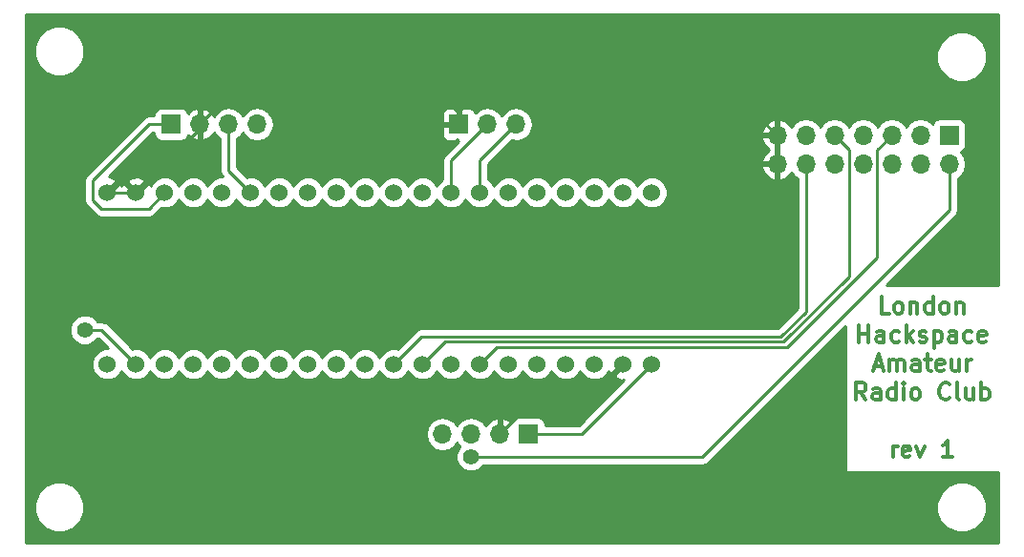
<source format=gbr>
G04 #@! TF.FileFunction,Copper,L1,Top,Signal*
%FSLAX46Y46*%
G04 Gerber Fmt 4.6, Leading zero omitted, Abs format (unit mm)*
G04 Created by KiCad (PCBNEW 4.0.6) date Thursday, 29 June 2017 'AMt' 11:53:14*
%MOMM*%
%LPD*%
G01*
G04 APERTURE LIST*
%ADD10C,0.100000*%
%ADD11C,0.300000*%
%ADD12C,1.524000*%
%ADD13R,1.700000X1.700000*%
%ADD14O,1.700000X1.700000*%
%ADD15C,1.400000*%
%ADD16C,0.250000*%
%ADD17C,0.254000*%
G04 APERTURE END LIST*
D10*
D11*
X177571429Y-62803571D02*
X176857143Y-62803571D01*
X176857143Y-61303571D01*
X178285715Y-62803571D02*
X178142857Y-62732143D01*
X178071429Y-62660714D01*
X178000000Y-62517857D01*
X178000000Y-62089286D01*
X178071429Y-61946429D01*
X178142857Y-61875000D01*
X178285715Y-61803571D01*
X178500000Y-61803571D01*
X178642857Y-61875000D01*
X178714286Y-61946429D01*
X178785715Y-62089286D01*
X178785715Y-62517857D01*
X178714286Y-62660714D01*
X178642857Y-62732143D01*
X178500000Y-62803571D01*
X178285715Y-62803571D01*
X179428572Y-61803571D02*
X179428572Y-62803571D01*
X179428572Y-61946429D02*
X179500000Y-61875000D01*
X179642858Y-61803571D01*
X179857143Y-61803571D01*
X180000000Y-61875000D01*
X180071429Y-62017857D01*
X180071429Y-62803571D01*
X181428572Y-62803571D02*
X181428572Y-61303571D01*
X181428572Y-62732143D02*
X181285715Y-62803571D01*
X181000001Y-62803571D01*
X180857143Y-62732143D01*
X180785715Y-62660714D01*
X180714286Y-62517857D01*
X180714286Y-62089286D01*
X180785715Y-61946429D01*
X180857143Y-61875000D01*
X181000001Y-61803571D01*
X181285715Y-61803571D01*
X181428572Y-61875000D01*
X182357144Y-62803571D02*
X182214286Y-62732143D01*
X182142858Y-62660714D01*
X182071429Y-62517857D01*
X182071429Y-62089286D01*
X182142858Y-61946429D01*
X182214286Y-61875000D01*
X182357144Y-61803571D01*
X182571429Y-61803571D01*
X182714286Y-61875000D01*
X182785715Y-61946429D01*
X182857144Y-62089286D01*
X182857144Y-62517857D01*
X182785715Y-62660714D01*
X182714286Y-62732143D01*
X182571429Y-62803571D01*
X182357144Y-62803571D01*
X183500001Y-61803571D02*
X183500001Y-62803571D01*
X183500001Y-61946429D02*
X183571429Y-61875000D01*
X183714287Y-61803571D01*
X183928572Y-61803571D01*
X184071429Y-61875000D01*
X184142858Y-62017857D01*
X184142858Y-62803571D01*
X174892857Y-65353571D02*
X174892857Y-63853571D01*
X174892857Y-64567857D02*
X175750000Y-64567857D01*
X175750000Y-65353571D02*
X175750000Y-63853571D01*
X177107143Y-65353571D02*
X177107143Y-64567857D01*
X177035714Y-64425000D01*
X176892857Y-64353571D01*
X176607143Y-64353571D01*
X176464286Y-64425000D01*
X177107143Y-65282143D02*
X176964286Y-65353571D01*
X176607143Y-65353571D01*
X176464286Y-65282143D01*
X176392857Y-65139286D01*
X176392857Y-64996429D01*
X176464286Y-64853571D01*
X176607143Y-64782143D01*
X176964286Y-64782143D01*
X177107143Y-64710714D01*
X178464286Y-65282143D02*
X178321429Y-65353571D01*
X178035715Y-65353571D01*
X177892857Y-65282143D01*
X177821429Y-65210714D01*
X177750000Y-65067857D01*
X177750000Y-64639286D01*
X177821429Y-64496429D01*
X177892857Y-64425000D01*
X178035715Y-64353571D01*
X178321429Y-64353571D01*
X178464286Y-64425000D01*
X179107143Y-65353571D02*
X179107143Y-63853571D01*
X179250000Y-64782143D02*
X179678571Y-65353571D01*
X179678571Y-64353571D02*
X179107143Y-64925000D01*
X180250000Y-65282143D02*
X180392857Y-65353571D01*
X180678572Y-65353571D01*
X180821429Y-65282143D01*
X180892857Y-65139286D01*
X180892857Y-65067857D01*
X180821429Y-64925000D01*
X180678572Y-64853571D01*
X180464286Y-64853571D01*
X180321429Y-64782143D01*
X180250000Y-64639286D01*
X180250000Y-64567857D01*
X180321429Y-64425000D01*
X180464286Y-64353571D01*
X180678572Y-64353571D01*
X180821429Y-64425000D01*
X181535715Y-64353571D02*
X181535715Y-65853571D01*
X181535715Y-64425000D02*
X181678572Y-64353571D01*
X181964286Y-64353571D01*
X182107143Y-64425000D01*
X182178572Y-64496429D01*
X182250001Y-64639286D01*
X182250001Y-65067857D01*
X182178572Y-65210714D01*
X182107143Y-65282143D01*
X181964286Y-65353571D01*
X181678572Y-65353571D01*
X181535715Y-65282143D01*
X183535715Y-65353571D02*
X183535715Y-64567857D01*
X183464286Y-64425000D01*
X183321429Y-64353571D01*
X183035715Y-64353571D01*
X182892858Y-64425000D01*
X183535715Y-65282143D02*
X183392858Y-65353571D01*
X183035715Y-65353571D01*
X182892858Y-65282143D01*
X182821429Y-65139286D01*
X182821429Y-64996429D01*
X182892858Y-64853571D01*
X183035715Y-64782143D01*
X183392858Y-64782143D01*
X183535715Y-64710714D01*
X184892858Y-65282143D02*
X184750001Y-65353571D01*
X184464287Y-65353571D01*
X184321429Y-65282143D01*
X184250001Y-65210714D01*
X184178572Y-65067857D01*
X184178572Y-64639286D01*
X184250001Y-64496429D01*
X184321429Y-64425000D01*
X184464287Y-64353571D01*
X184750001Y-64353571D01*
X184892858Y-64425000D01*
X186107143Y-65282143D02*
X185964286Y-65353571D01*
X185678572Y-65353571D01*
X185535715Y-65282143D01*
X185464286Y-65139286D01*
X185464286Y-64567857D01*
X185535715Y-64425000D01*
X185678572Y-64353571D01*
X185964286Y-64353571D01*
X186107143Y-64425000D01*
X186178572Y-64567857D01*
X186178572Y-64710714D01*
X185464286Y-64853571D01*
X176250000Y-67475000D02*
X176964286Y-67475000D01*
X176107143Y-67903571D02*
X176607143Y-66403571D01*
X177107143Y-67903571D01*
X177607143Y-67903571D02*
X177607143Y-66903571D01*
X177607143Y-67046429D02*
X177678571Y-66975000D01*
X177821429Y-66903571D01*
X178035714Y-66903571D01*
X178178571Y-66975000D01*
X178250000Y-67117857D01*
X178250000Y-67903571D01*
X178250000Y-67117857D02*
X178321429Y-66975000D01*
X178464286Y-66903571D01*
X178678571Y-66903571D01*
X178821429Y-66975000D01*
X178892857Y-67117857D01*
X178892857Y-67903571D01*
X180250000Y-67903571D02*
X180250000Y-67117857D01*
X180178571Y-66975000D01*
X180035714Y-66903571D01*
X179750000Y-66903571D01*
X179607143Y-66975000D01*
X180250000Y-67832143D02*
X180107143Y-67903571D01*
X179750000Y-67903571D01*
X179607143Y-67832143D01*
X179535714Y-67689286D01*
X179535714Y-67546429D01*
X179607143Y-67403571D01*
X179750000Y-67332143D01*
X180107143Y-67332143D01*
X180250000Y-67260714D01*
X180750000Y-66903571D02*
X181321429Y-66903571D01*
X180964286Y-66403571D02*
X180964286Y-67689286D01*
X181035714Y-67832143D01*
X181178572Y-67903571D01*
X181321429Y-67903571D01*
X182392857Y-67832143D02*
X182250000Y-67903571D01*
X181964286Y-67903571D01*
X181821429Y-67832143D01*
X181750000Y-67689286D01*
X181750000Y-67117857D01*
X181821429Y-66975000D01*
X181964286Y-66903571D01*
X182250000Y-66903571D01*
X182392857Y-66975000D01*
X182464286Y-67117857D01*
X182464286Y-67260714D01*
X181750000Y-67403571D01*
X183750000Y-66903571D02*
X183750000Y-67903571D01*
X183107143Y-66903571D02*
X183107143Y-67689286D01*
X183178571Y-67832143D01*
X183321429Y-67903571D01*
X183535714Y-67903571D01*
X183678571Y-67832143D01*
X183750000Y-67760714D01*
X184464286Y-67903571D02*
X184464286Y-66903571D01*
X184464286Y-67189286D02*
X184535714Y-67046429D01*
X184607143Y-66975000D01*
X184750000Y-66903571D01*
X184892857Y-66903571D01*
X175500000Y-70453571D02*
X175000000Y-69739286D01*
X174642857Y-70453571D02*
X174642857Y-68953571D01*
X175214285Y-68953571D01*
X175357143Y-69025000D01*
X175428571Y-69096429D01*
X175500000Y-69239286D01*
X175500000Y-69453571D01*
X175428571Y-69596429D01*
X175357143Y-69667857D01*
X175214285Y-69739286D01*
X174642857Y-69739286D01*
X176785714Y-70453571D02*
X176785714Y-69667857D01*
X176714285Y-69525000D01*
X176571428Y-69453571D01*
X176285714Y-69453571D01*
X176142857Y-69525000D01*
X176785714Y-70382143D02*
X176642857Y-70453571D01*
X176285714Y-70453571D01*
X176142857Y-70382143D01*
X176071428Y-70239286D01*
X176071428Y-70096429D01*
X176142857Y-69953571D01*
X176285714Y-69882143D01*
X176642857Y-69882143D01*
X176785714Y-69810714D01*
X178142857Y-70453571D02*
X178142857Y-68953571D01*
X178142857Y-70382143D02*
X178000000Y-70453571D01*
X177714286Y-70453571D01*
X177571428Y-70382143D01*
X177500000Y-70310714D01*
X177428571Y-70167857D01*
X177428571Y-69739286D01*
X177500000Y-69596429D01*
X177571428Y-69525000D01*
X177714286Y-69453571D01*
X178000000Y-69453571D01*
X178142857Y-69525000D01*
X178857143Y-70453571D02*
X178857143Y-69453571D01*
X178857143Y-68953571D02*
X178785714Y-69025000D01*
X178857143Y-69096429D01*
X178928571Y-69025000D01*
X178857143Y-68953571D01*
X178857143Y-69096429D01*
X179785715Y-70453571D02*
X179642857Y-70382143D01*
X179571429Y-70310714D01*
X179500000Y-70167857D01*
X179500000Y-69739286D01*
X179571429Y-69596429D01*
X179642857Y-69525000D01*
X179785715Y-69453571D01*
X180000000Y-69453571D01*
X180142857Y-69525000D01*
X180214286Y-69596429D01*
X180285715Y-69739286D01*
X180285715Y-70167857D01*
X180214286Y-70310714D01*
X180142857Y-70382143D01*
X180000000Y-70453571D01*
X179785715Y-70453571D01*
X182928572Y-70310714D02*
X182857143Y-70382143D01*
X182642857Y-70453571D01*
X182500000Y-70453571D01*
X182285715Y-70382143D01*
X182142857Y-70239286D01*
X182071429Y-70096429D01*
X182000000Y-69810714D01*
X182000000Y-69596429D01*
X182071429Y-69310714D01*
X182142857Y-69167857D01*
X182285715Y-69025000D01*
X182500000Y-68953571D01*
X182642857Y-68953571D01*
X182857143Y-69025000D01*
X182928572Y-69096429D01*
X183785715Y-70453571D02*
X183642857Y-70382143D01*
X183571429Y-70239286D01*
X183571429Y-68953571D01*
X185000000Y-69453571D02*
X185000000Y-70453571D01*
X184357143Y-69453571D02*
X184357143Y-70239286D01*
X184428571Y-70382143D01*
X184571429Y-70453571D01*
X184785714Y-70453571D01*
X184928571Y-70382143D01*
X185000000Y-70310714D01*
X185714286Y-70453571D02*
X185714286Y-68953571D01*
X185714286Y-69525000D02*
X185857143Y-69453571D01*
X186142857Y-69453571D01*
X186285714Y-69525000D01*
X186357143Y-69596429D01*
X186428572Y-69739286D01*
X186428572Y-70167857D01*
X186357143Y-70310714D01*
X186285714Y-70382143D01*
X186142857Y-70453571D01*
X185857143Y-70453571D01*
X185714286Y-70382143D01*
X177892858Y-75553571D02*
X177892858Y-74553571D01*
X177892858Y-74839286D02*
X177964286Y-74696429D01*
X178035715Y-74625000D01*
X178178572Y-74553571D01*
X178321429Y-74553571D01*
X179392857Y-75482143D02*
X179250000Y-75553571D01*
X178964286Y-75553571D01*
X178821429Y-75482143D01*
X178750000Y-75339286D01*
X178750000Y-74767857D01*
X178821429Y-74625000D01*
X178964286Y-74553571D01*
X179250000Y-74553571D01*
X179392857Y-74625000D01*
X179464286Y-74767857D01*
X179464286Y-74910714D01*
X178750000Y-75053571D01*
X179964286Y-74553571D02*
X180321429Y-75553571D01*
X180678571Y-74553571D01*
X183178571Y-75553571D02*
X182321428Y-75553571D01*
X182750000Y-75553571D02*
X182750000Y-74053571D01*
X182607143Y-74267857D01*
X182464285Y-74410714D01*
X182321428Y-74482143D01*
D12*
X108270000Y-67310000D03*
X110810000Y-67310000D03*
X113350000Y-67310000D03*
X115890000Y-67310000D03*
X118430000Y-67310000D03*
X120970000Y-67310000D03*
X123510000Y-67310000D03*
X126050000Y-67310000D03*
X128590000Y-67310000D03*
X131130000Y-67310000D03*
X133670000Y-67310000D03*
X136210000Y-67310000D03*
X138750000Y-67310000D03*
X141290000Y-67310000D03*
X143830000Y-67310000D03*
X146370000Y-67310000D03*
X148910000Y-67310000D03*
X151450000Y-67310000D03*
X153990000Y-67310000D03*
X156530000Y-67310000D03*
X156530000Y-52070000D03*
X153990000Y-52070000D03*
X151450000Y-52070000D03*
X148910000Y-52070000D03*
X146370000Y-52070000D03*
X143830000Y-52070000D03*
X141290000Y-52070000D03*
X138750000Y-52070000D03*
X136210000Y-52070000D03*
X133670000Y-52070000D03*
X131130000Y-52070000D03*
X128590000Y-52070000D03*
X126050000Y-52070000D03*
X123510000Y-52070000D03*
X120970000Y-52070000D03*
X118430000Y-52070000D03*
X115890000Y-52070000D03*
X113350000Y-52070000D03*
X110810000Y-52070000D03*
X108270000Y-52070000D03*
D13*
X113920000Y-46000000D03*
D14*
X116460000Y-46000000D03*
X119000000Y-46000000D03*
X121540000Y-46000000D03*
D13*
X182880000Y-46990000D03*
D14*
X182880000Y-49530000D03*
X180340000Y-46990000D03*
X180340000Y-49530000D03*
X177800000Y-46990000D03*
X177800000Y-49530000D03*
X175260000Y-46990000D03*
X175260000Y-49530000D03*
X172720000Y-46990000D03*
X172720000Y-49530000D03*
X170180000Y-46990000D03*
X170180000Y-49530000D03*
X167640000Y-46990000D03*
X167640000Y-49530000D03*
D13*
X139400000Y-46000000D03*
D14*
X141940000Y-46000000D03*
X144480000Y-46000000D03*
D13*
X145580000Y-73500000D03*
D14*
X143040000Y-73500000D03*
X140500000Y-73500000D03*
X137960000Y-73500000D03*
D15*
X140500000Y-75500000D03*
X106250000Y-64250000D03*
D16*
X139400000Y-46000000D02*
X139400000Y-45000000D01*
X139400000Y-45000000D02*
X138400000Y-44000000D01*
X138400000Y-44000000D02*
X118460000Y-44000000D01*
X118460000Y-44000000D02*
X117309999Y-45150001D01*
X117309999Y-45150001D02*
X116460000Y-46000000D01*
X167640000Y-46990000D02*
X164650000Y-44000000D01*
X164650000Y-44000000D02*
X140300000Y-44000000D01*
X140300000Y-44000000D02*
X139400000Y-44900000D01*
X139400000Y-44900000D02*
X139400000Y-46000000D01*
X167640000Y-49530000D02*
X167640000Y-46990000D01*
X153990000Y-67310000D02*
X149550000Y-71750000D01*
X149550000Y-71750000D02*
X144790000Y-71750000D01*
X144790000Y-71750000D02*
X143889999Y-72650001D01*
X143889999Y-72650001D02*
X143040000Y-73500000D01*
X110810000Y-52070000D02*
X116460000Y-46420000D01*
X116460000Y-46420000D02*
X116460000Y-46000000D01*
X108270000Y-52070000D02*
X110810000Y-52070000D01*
X177800000Y-46990000D02*
X176500000Y-48290000D01*
X176500000Y-48290000D02*
X176500000Y-57800000D01*
X168500000Y-65800000D02*
X142800000Y-65800000D01*
X176500000Y-57800000D02*
X168500000Y-65800000D01*
X142800000Y-65800000D02*
X142051999Y-66548001D01*
X142051999Y-66548001D02*
X141290000Y-67310000D01*
X136210000Y-67310000D02*
X138220000Y-65300000D01*
X138220000Y-65300000D02*
X168200000Y-65300000D01*
X168200000Y-65300000D02*
X174000000Y-59500000D01*
X174000000Y-59500000D02*
X174000000Y-48270000D01*
X173569999Y-47839999D02*
X172720000Y-46990000D01*
X174000000Y-48270000D02*
X173569999Y-47839999D01*
X170180000Y-49530000D02*
X170180000Y-62620000D01*
X170180000Y-62620000D02*
X167950010Y-64849990D01*
X167950010Y-64849990D02*
X136130010Y-64849990D01*
X134431999Y-66548001D02*
X133670000Y-67310000D01*
X136130010Y-64849990D02*
X134431999Y-66548001D01*
X140500000Y-75500000D02*
X161000000Y-75500000D01*
X182880000Y-53620000D02*
X182880000Y-49530000D01*
X161000000Y-75500000D02*
X182880000Y-53620000D01*
X106250000Y-64250000D02*
X107750000Y-64250000D01*
X107750000Y-64250000D02*
X110810000Y-67310000D01*
X156530000Y-67310000D02*
X150340000Y-73500000D01*
X150340000Y-73500000D02*
X145580000Y-73500000D01*
X113350000Y-52070000D02*
X111920000Y-53500000D01*
X107750000Y-53500000D02*
X107000000Y-52750000D01*
X111920000Y-53500000D02*
X107750000Y-53500000D01*
X107000000Y-52750000D02*
X107000000Y-51000000D01*
X112000000Y-46000000D02*
X112820000Y-46000000D01*
X107000000Y-51000000D02*
X112000000Y-46000000D01*
X112820000Y-46000000D02*
X113920000Y-46000000D01*
X145580000Y-73500000D02*
X146500000Y-73500000D01*
X119000000Y-46000000D02*
X119000000Y-50100000D01*
X119000000Y-50100000D02*
X120970000Y-52070000D01*
X138750000Y-52070000D02*
X138750000Y-49190000D01*
X138750000Y-49190000D02*
X141940000Y-46000000D01*
X141290000Y-52070000D02*
X141290000Y-49190000D01*
X141290000Y-49190000D02*
X144480000Y-46000000D01*
D17*
G36*
X187250000Y-60290000D02*
X177284802Y-60290000D01*
X183417401Y-54157401D01*
X183582148Y-53910839D01*
X183640000Y-53620000D01*
X183640000Y-50802954D01*
X183930054Y-50609147D01*
X184251961Y-50127378D01*
X184365000Y-49559093D01*
X184365000Y-49500907D01*
X184251961Y-48932622D01*
X183930054Y-48450853D01*
X183928821Y-48450029D01*
X183965317Y-48443162D01*
X184181441Y-48304090D01*
X184326431Y-48091890D01*
X184377440Y-47840000D01*
X184377440Y-46140000D01*
X184333162Y-45904683D01*
X184194090Y-45688559D01*
X183981890Y-45543569D01*
X183730000Y-45492560D01*
X182030000Y-45492560D01*
X181794683Y-45536838D01*
X181578559Y-45675910D01*
X181433569Y-45888110D01*
X181419914Y-45955541D01*
X181390054Y-45910853D01*
X180908285Y-45588946D01*
X180340000Y-45475907D01*
X179771715Y-45588946D01*
X179289946Y-45910853D01*
X179070000Y-46240026D01*
X178850054Y-45910853D01*
X178368285Y-45588946D01*
X177800000Y-45475907D01*
X177231715Y-45588946D01*
X176749946Y-45910853D01*
X176530000Y-46240026D01*
X176310054Y-45910853D01*
X175828285Y-45588946D01*
X175260000Y-45475907D01*
X174691715Y-45588946D01*
X174209946Y-45910853D01*
X173990000Y-46240026D01*
X173770054Y-45910853D01*
X173288285Y-45588946D01*
X172720000Y-45475907D01*
X172151715Y-45588946D01*
X171669946Y-45910853D01*
X171450000Y-46240026D01*
X171230054Y-45910853D01*
X170748285Y-45588946D01*
X170180000Y-45475907D01*
X169611715Y-45588946D01*
X169129946Y-45910853D01*
X168902298Y-46251553D01*
X168835183Y-46108642D01*
X168406924Y-45718355D01*
X167996890Y-45548524D01*
X167767000Y-45669845D01*
X167767000Y-46863000D01*
X167787000Y-46863000D01*
X167787000Y-47117000D01*
X167767000Y-47117000D01*
X167767000Y-49403000D01*
X167787000Y-49403000D01*
X167787000Y-49657000D01*
X167767000Y-49657000D01*
X167767000Y-50850155D01*
X167996890Y-50971476D01*
X168406924Y-50801645D01*
X168835183Y-50411358D01*
X168902298Y-50268447D01*
X169129946Y-50609147D01*
X169420000Y-50802954D01*
X169420000Y-62305198D01*
X167635208Y-64089990D01*
X136130010Y-64089990D01*
X135839170Y-64147842D01*
X135592609Y-64312589D01*
X133979381Y-65925817D01*
X133949100Y-65913243D01*
X133393339Y-65912758D01*
X132879697Y-66124990D01*
X132486371Y-66517630D01*
X132400051Y-66725512D01*
X132315010Y-66519697D01*
X131922370Y-66126371D01*
X131409100Y-65913243D01*
X130853339Y-65912758D01*
X130339697Y-66124990D01*
X129946371Y-66517630D01*
X129860051Y-66725512D01*
X129775010Y-66519697D01*
X129382370Y-66126371D01*
X128869100Y-65913243D01*
X128313339Y-65912758D01*
X127799697Y-66124990D01*
X127406371Y-66517630D01*
X127320051Y-66725512D01*
X127235010Y-66519697D01*
X126842370Y-66126371D01*
X126329100Y-65913243D01*
X125773339Y-65912758D01*
X125259697Y-66124990D01*
X124866371Y-66517630D01*
X124780051Y-66725512D01*
X124695010Y-66519697D01*
X124302370Y-66126371D01*
X123789100Y-65913243D01*
X123233339Y-65912758D01*
X122719697Y-66124990D01*
X122326371Y-66517630D01*
X122240051Y-66725512D01*
X122155010Y-66519697D01*
X121762370Y-66126371D01*
X121249100Y-65913243D01*
X120693339Y-65912758D01*
X120179697Y-66124990D01*
X119786371Y-66517630D01*
X119700051Y-66725512D01*
X119615010Y-66519697D01*
X119222370Y-66126371D01*
X118709100Y-65913243D01*
X118153339Y-65912758D01*
X117639697Y-66124990D01*
X117246371Y-66517630D01*
X117160051Y-66725512D01*
X117075010Y-66519697D01*
X116682370Y-66126371D01*
X116169100Y-65913243D01*
X115613339Y-65912758D01*
X115099697Y-66124990D01*
X114706371Y-66517630D01*
X114620051Y-66725512D01*
X114535010Y-66519697D01*
X114142370Y-66126371D01*
X113629100Y-65913243D01*
X113073339Y-65912758D01*
X112559697Y-66124990D01*
X112166371Y-66517630D01*
X112080051Y-66725512D01*
X111995010Y-66519697D01*
X111602370Y-66126371D01*
X111089100Y-65913243D01*
X110533339Y-65912758D01*
X110500945Y-65926143D01*
X108287401Y-63712599D01*
X108040839Y-63547852D01*
X107750000Y-63490000D01*
X107377655Y-63490000D01*
X107007204Y-63118902D01*
X106516713Y-62915232D01*
X105985617Y-62914769D01*
X105494771Y-63117582D01*
X105118902Y-63492796D01*
X104915232Y-63983287D01*
X104914769Y-64514383D01*
X105117582Y-65005229D01*
X105492796Y-65381098D01*
X105983287Y-65584768D01*
X106514383Y-65585231D01*
X107005229Y-65382418D01*
X107378297Y-65010000D01*
X107435198Y-65010000D01*
X108338257Y-65913059D01*
X107993339Y-65912758D01*
X107479697Y-66124990D01*
X107086371Y-66517630D01*
X106873243Y-67030900D01*
X106872758Y-67586661D01*
X107084990Y-68100303D01*
X107477630Y-68493629D01*
X107990900Y-68706757D01*
X108546661Y-68707242D01*
X109060303Y-68495010D01*
X109453629Y-68102370D01*
X109539949Y-67894488D01*
X109624990Y-68100303D01*
X110017630Y-68493629D01*
X110530900Y-68706757D01*
X111086661Y-68707242D01*
X111600303Y-68495010D01*
X111993629Y-68102370D01*
X112079949Y-67894488D01*
X112164990Y-68100303D01*
X112557630Y-68493629D01*
X113070900Y-68706757D01*
X113626661Y-68707242D01*
X114140303Y-68495010D01*
X114533629Y-68102370D01*
X114619949Y-67894488D01*
X114704990Y-68100303D01*
X115097630Y-68493629D01*
X115610900Y-68706757D01*
X116166661Y-68707242D01*
X116680303Y-68495010D01*
X117073629Y-68102370D01*
X117159949Y-67894488D01*
X117244990Y-68100303D01*
X117637630Y-68493629D01*
X118150900Y-68706757D01*
X118706661Y-68707242D01*
X119220303Y-68495010D01*
X119613629Y-68102370D01*
X119699949Y-67894488D01*
X119784990Y-68100303D01*
X120177630Y-68493629D01*
X120690900Y-68706757D01*
X121246661Y-68707242D01*
X121760303Y-68495010D01*
X122153629Y-68102370D01*
X122239949Y-67894488D01*
X122324990Y-68100303D01*
X122717630Y-68493629D01*
X123230900Y-68706757D01*
X123786661Y-68707242D01*
X124300303Y-68495010D01*
X124693629Y-68102370D01*
X124779949Y-67894488D01*
X124864990Y-68100303D01*
X125257630Y-68493629D01*
X125770900Y-68706757D01*
X126326661Y-68707242D01*
X126840303Y-68495010D01*
X127233629Y-68102370D01*
X127319949Y-67894488D01*
X127404990Y-68100303D01*
X127797630Y-68493629D01*
X128310900Y-68706757D01*
X128866661Y-68707242D01*
X129380303Y-68495010D01*
X129773629Y-68102370D01*
X129859949Y-67894488D01*
X129944990Y-68100303D01*
X130337630Y-68493629D01*
X130850900Y-68706757D01*
X131406661Y-68707242D01*
X131920303Y-68495010D01*
X132313629Y-68102370D01*
X132399949Y-67894488D01*
X132484990Y-68100303D01*
X132877630Y-68493629D01*
X133390900Y-68706757D01*
X133946661Y-68707242D01*
X134460303Y-68495010D01*
X134853629Y-68102370D01*
X134939949Y-67894488D01*
X135024990Y-68100303D01*
X135417630Y-68493629D01*
X135930900Y-68706757D01*
X136486661Y-68707242D01*
X137000303Y-68495010D01*
X137393629Y-68102370D01*
X137479949Y-67894488D01*
X137564990Y-68100303D01*
X137957630Y-68493629D01*
X138470900Y-68706757D01*
X139026661Y-68707242D01*
X139540303Y-68495010D01*
X139933629Y-68102370D01*
X140019949Y-67894488D01*
X140104990Y-68100303D01*
X140497630Y-68493629D01*
X141010900Y-68706757D01*
X141566661Y-68707242D01*
X142080303Y-68495010D01*
X142473629Y-68102370D01*
X142559949Y-67894488D01*
X142644990Y-68100303D01*
X143037630Y-68493629D01*
X143550900Y-68706757D01*
X144106661Y-68707242D01*
X144620303Y-68495010D01*
X145013629Y-68102370D01*
X145099949Y-67894488D01*
X145184990Y-68100303D01*
X145577630Y-68493629D01*
X146090900Y-68706757D01*
X146646661Y-68707242D01*
X147160303Y-68495010D01*
X147553629Y-68102370D01*
X147639949Y-67894488D01*
X147724990Y-68100303D01*
X148117630Y-68493629D01*
X148630900Y-68706757D01*
X149186661Y-68707242D01*
X149700303Y-68495010D01*
X150093629Y-68102370D01*
X150179949Y-67894488D01*
X150264990Y-68100303D01*
X150657630Y-68493629D01*
X151170900Y-68706757D01*
X151726661Y-68707242D01*
X152240303Y-68495010D01*
X152633629Y-68102370D01*
X152713395Y-67910273D01*
X152767603Y-68041143D01*
X153009787Y-68110608D01*
X153810395Y-67310000D01*
X153796253Y-67295858D01*
X153975858Y-67116253D01*
X153990000Y-67130395D01*
X154004143Y-67116253D01*
X154183748Y-67295858D01*
X154169605Y-67310000D01*
X154183748Y-67324143D01*
X154004143Y-67503748D01*
X153990000Y-67489605D01*
X153189392Y-68290213D01*
X153258857Y-68532397D01*
X153782302Y-68719144D01*
X154059951Y-68705247D01*
X150025198Y-72740000D01*
X147077440Y-72740000D01*
X147077440Y-72650000D01*
X147033162Y-72414683D01*
X146894090Y-72198559D01*
X146681890Y-72053569D01*
X146430000Y-72002560D01*
X144730000Y-72002560D01*
X144494683Y-72046838D01*
X144278559Y-72185910D01*
X144133569Y-72398110D01*
X144111699Y-72506107D01*
X143806924Y-72228355D01*
X143396890Y-72058524D01*
X143167000Y-72179845D01*
X143167000Y-73373000D01*
X143187000Y-73373000D01*
X143187000Y-73627000D01*
X143167000Y-73627000D01*
X143167000Y-73647000D01*
X142913000Y-73647000D01*
X142913000Y-73627000D01*
X142893000Y-73627000D01*
X142893000Y-73373000D01*
X142913000Y-73373000D01*
X142913000Y-72179845D01*
X142683110Y-72058524D01*
X142273076Y-72228355D01*
X141844817Y-72618642D01*
X141777702Y-72761553D01*
X141550054Y-72420853D01*
X141068285Y-72098946D01*
X140500000Y-71985907D01*
X139931715Y-72098946D01*
X139449946Y-72420853D01*
X139230000Y-72750026D01*
X139010054Y-72420853D01*
X138528285Y-72098946D01*
X137960000Y-71985907D01*
X137391715Y-72098946D01*
X136909946Y-72420853D01*
X136588039Y-72902622D01*
X136475000Y-73470907D01*
X136475000Y-73529093D01*
X136588039Y-74097378D01*
X136909946Y-74579147D01*
X137391715Y-74901054D01*
X137960000Y-75014093D01*
X138528285Y-74901054D01*
X139010054Y-74579147D01*
X139230000Y-74249974D01*
X139449946Y-74579147D01*
X139499601Y-74612325D01*
X139368902Y-74742796D01*
X139165232Y-75233287D01*
X139164769Y-75764383D01*
X139367582Y-76255229D01*
X139742796Y-76631098D01*
X140233287Y-76834768D01*
X140764383Y-76835231D01*
X141255229Y-76632418D01*
X141628297Y-76260000D01*
X161000000Y-76260000D01*
X161290839Y-76202148D01*
X161537401Y-76037401D01*
X173650714Y-63924088D01*
X173650714Y-76860000D01*
X187250000Y-76860000D01*
X187250000Y-83110000D01*
X101040000Y-83110000D01*
X101040000Y-80442619D01*
X101764613Y-80442619D01*
X102104155Y-81264372D01*
X102732321Y-81893636D01*
X103553481Y-82234611D01*
X104442619Y-82235387D01*
X105264372Y-81895845D01*
X105893636Y-81267679D01*
X106234611Y-80446519D01*
X106234614Y-80442619D01*
X181764613Y-80442619D01*
X182104155Y-81264372D01*
X182732321Y-81893636D01*
X183553481Y-82234611D01*
X184442619Y-82235387D01*
X185264372Y-81895845D01*
X185893636Y-81267679D01*
X186234611Y-80446519D01*
X186235387Y-79557381D01*
X185895845Y-78735628D01*
X185267679Y-78106364D01*
X184446519Y-77765389D01*
X183557381Y-77764613D01*
X182735628Y-78104155D01*
X182106364Y-78732321D01*
X181765389Y-79553481D01*
X181764613Y-80442619D01*
X106234614Y-80442619D01*
X106235387Y-79557381D01*
X105895845Y-78735628D01*
X105267679Y-78106364D01*
X104446519Y-77765389D01*
X103557381Y-77764613D01*
X102735628Y-78104155D01*
X102106364Y-78732321D01*
X101765389Y-79553481D01*
X101764613Y-80442619D01*
X101040000Y-80442619D01*
X101040000Y-51000000D01*
X106240000Y-51000000D01*
X106240000Y-52750000D01*
X106297852Y-53040839D01*
X106462599Y-53287401D01*
X107212599Y-54037401D01*
X107459160Y-54202148D01*
X107750000Y-54260000D01*
X111920000Y-54260000D01*
X112210839Y-54202148D01*
X112457401Y-54037401D01*
X113040619Y-53454183D01*
X113070900Y-53466757D01*
X113626661Y-53467242D01*
X114140303Y-53255010D01*
X114533629Y-52862370D01*
X114619949Y-52654488D01*
X114704990Y-52860303D01*
X115097630Y-53253629D01*
X115610900Y-53466757D01*
X116166661Y-53467242D01*
X116680303Y-53255010D01*
X117073629Y-52862370D01*
X117159949Y-52654488D01*
X117244990Y-52860303D01*
X117637630Y-53253629D01*
X118150900Y-53466757D01*
X118706661Y-53467242D01*
X119220303Y-53255010D01*
X119613629Y-52862370D01*
X119699949Y-52654488D01*
X119784990Y-52860303D01*
X120177630Y-53253629D01*
X120690900Y-53466757D01*
X121246661Y-53467242D01*
X121760303Y-53255010D01*
X122153629Y-52862370D01*
X122239949Y-52654488D01*
X122324990Y-52860303D01*
X122717630Y-53253629D01*
X123230900Y-53466757D01*
X123786661Y-53467242D01*
X124300303Y-53255010D01*
X124693629Y-52862370D01*
X124779949Y-52654488D01*
X124864990Y-52860303D01*
X125257630Y-53253629D01*
X125770900Y-53466757D01*
X126326661Y-53467242D01*
X126840303Y-53255010D01*
X127233629Y-52862370D01*
X127319949Y-52654488D01*
X127404990Y-52860303D01*
X127797630Y-53253629D01*
X128310900Y-53466757D01*
X128866661Y-53467242D01*
X129380303Y-53255010D01*
X129773629Y-52862370D01*
X129859949Y-52654488D01*
X129944990Y-52860303D01*
X130337630Y-53253629D01*
X130850900Y-53466757D01*
X131406661Y-53467242D01*
X131920303Y-53255010D01*
X132313629Y-52862370D01*
X132399949Y-52654488D01*
X132484990Y-52860303D01*
X132877630Y-53253629D01*
X133390900Y-53466757D01*
X133946661Y-53467242D01*
X134460303Y-53255010D01*
X134853629Y-52862370D01*
X134939949Y-52654488D01*
X135024990Y-52860303D01*
X135417630Y-53253629D01*
X135930900Y-53466757D01*
X136486661Y-53467242D01*
X137000303Y-53255010D01*
X137393629Y-52862370D01*
X137479949Y-52654488D01*
X137564990Y-52860303D01*
X137957630Y-53253629D01*
X138470900Y-53466757D01*
X139026661Y-53467242D01*
X139540303Y-53255010D01*
X139933629Y-52862370D01*
X140019949Y-52654488D01*
X140104990Y-52860303D01*
X140497630Y-53253629D01*
X141010900Y-53466757D01*
X141566661Y-53467242D01*
X142080303Y-53255010D01*
X142473629Y-52862370D01*
X142559949Y-52654488D01*
X142644990Y-52860303D01*
X143037630Y-53253629D01*
X143550900Y-53466757D01*
X144106661Y-53467242D01*
X144620303Y-53255010D01*
X145013629Y-52862370D01*
X145099949Y-52654488D01*
X145184990Y-52860303D01*
X145577630Y-53253629D01*
X146090900Y-53466757D01*
X146646661Y-53467242D01*
X147160303Y-53255010D01*
X147553629Y-52862370D01*
X147639949Y-52654488D01*
X147724990Y-52860303D01*
X148117630Y-53253629D01*
X148630900Y-53466757D01*
X149186661Y-53467242D01*
X149700303Y-53255010D01*
X150093629Y-52862370D01*
X150179949Y-52654488D01*
X150264990Y-52860303D01*
X150657630Y-53253629D01*
X151170900Y-53466757D01*
X151726661Y-53467242D01*
X152240303Y-53255010D01*
X152633629Y-52862370D01*
X152719949Y-52654488D01*
X152804990Y-52860303D01*
X153197630Y-53253629D01*
X153710900Y-53466757D01*
X154266661Y-53467242D01*
X154780303Y-53255010D01*
X155173629Y-52862370D01*
X155259949Y-52654488D01*
X155344990Y-52860303D01*
X155737630Y-53253629D01*
X156250900Y-53466757D01*
X156806661Y-53467242D01*
X157320303Y-53255010D01*
X157713629Y-52862370D01*
X157926757Y-52349100D01*
X157927242Y-51793339D01*
X157715010Y-51279697D01*
X157322370Y-50886371D01*
X156809100Y-50673243D01*
X156253339Y-50672758D01*
X155739697Y-50884990D01*
X155346371Y-51277630D01*
X155260051Y-51485512D01*
X155175010Y-51279697D01*
X154782370Y-50886371D01*
X154269100Y-50673243D01*
X153713339Y-50672758D01*
X153199697Y-50884990D01*
X152806371Y-51277630D01*
X152720051Y-51485512D01*
X152635010Y-51279697D01*
X152242370Y-50886371D01*
X151729100Y-50673243D01*
X151173339Y-50672758D01*
X150659697Y-50884990D01*
X150266371Y-51277630D01*
X150180051Y-51485512D01*
X150095010Y-51279697D01*
X149702370Y-50886371D01*
X149189100Y-50673243D01*
X148633339Y-50672758D01*
X148119697Y-50884990D01*
X147726371Y-51277630D01*
X147640051Y-51485512D01*
X147555010Y-51279697D01*
X147162370Y-50886371D01*
X146649100Y-50673243D01*
X146093339Y-50672758D01*
X145579697Y-50884990D01*
X145186371Y-51277630D01*
X145100051Y-51485512D01*
X145015010Y-51279697D01*
X144622370Y-50886371D01*
X144109100Y-50673243D01*
X143553339Y-50672758D01*
X143039697Y-50884990D01*
X142646371Y-51277630D01*
X142560051Y-51485512D01*
X142475010Y-51279697D01*
X142082370Y-50886371D01*
X142050000Y-50872930D01*
X142050000Y-49886892D01*
X166198514Y-49886892D01*
X166444817Y-50411358D01*
X166873076Y-50801645D01*
X167283110Y-50971476D01*
X167513000Y-50850155D01*
X167513000Y-49657000D01*
X166319181Y-49657000D01*
X166198514Y-49886892D01*
X142050000Y-49886892D01*
X142050000Y-49504802D01*
X144113592Y-47441210D01*
X144480000Y-47514093D01*
X145048285Y-47401054D01*
X145129344Y-47346892D01*
X166198514Y-47346892D01*
X166444817Y-47871358D01*
X166871271Y-48260000D01*
X166444817Y-48648642D01*
X166198514Y-49173108D01*
X166319181Y-49403000D01*
X167513000Y-49403000D01*
X167513000Y-47117000D01*
X166319181Y-47117000D01*
X166198514Y-47346892D01*
X145129344Y-47346892D01*
X145530054Y-47079147D01*
X145828087Y-46633108D01*
X166198514Y-46633108D01*
X166319181Y-46863000D01*
X167513000Y-46863000D01*
X167513000Y-45669845D01*
X167283110Y-45548524D01*
X166873076Y-45718355D01*
X166444817Y-46108642D01*
X166198514Y-46633108D01*
X145828087Y-46633108D01*
X145851961Y-46597378D01*
X145965000Y-46029093D01*
X145965000Y-45970907D01*
X145851961Y-45402622D01*
X145530054Y-44920853D01*
X145048285Y-44598946D01*
X144480000Y-44485907D01*
X143911715Y-44598946D01*
X143429946Y-44920853D01*
X143210000Y-45250026D01*
X142990054Y-44920853D01*
X142508285Y-44598946D01*
X141940000Y-44485907D01*
X141371715Y-44598946D01*
X140889946Y-44920853D01*
X140860597Y-44964777D01*
X140788327Y-44790302D01*
X140609699Y-44611673D01*
X140376310Y-44515000D01*
X139685750Y-44515000D01*
X139527000Y-44673750D01*
X139527000Y-45873000D01*
X139547000Y-45873000D01*
X139547000Y-46127000D01*
X139527000Y-46127000D01*
X139527000Y-46147000D01*
X139273000Y-46147000D01*
X139273000Y-46127000D01*
X138073750Y-46127000D01*
X137915000Y-46285750D01*
X137915000Y-46976309D01*
X138011673Y-47209698D01*
X138190301Y-47388327D01*
X138423690Y-47485000D01*
X139114250Y-47485000D01*
X139272998Y-47326252D01*
X139272998Y-47485000D01*
X139380198Y-47485000D01*
X138212599Y-48652599D01*
X138047852Y-48899161D01*
X137990000Y-49190000D01*
X137990000Y-50872469D01*
X137959697Y-50884990D01*
X137566371Y-51277630D01*
X137480051Y-51485512D01*
X137395010Y-51279697D01*
X137002370Y-50886371D01*
X136489100Y-50673243D01*
X135933339Y-50672758D01*
X135419697Y-50884990D01*
X135026371Y-51277630D01*
X134940051Y-51485512D01*
X134855010Y-51279697D01*
X134462370Y-50886371D01*
X133949100Y-50673243D01*
X133393339Y-50672758D01*
X132879697Y-50884990D01*
X132486371Y-51277630D01*
X132400051Y-51485512D01*
X132315010Y-51279697D01*
X131922370Y-50886371D01*
X131409100Y-50673243D01*
X130853339Y-50672758D01*
X130339697Y-50884990D01*
X129946371Y-51277630D01*
X129860051Y-51485512D01*
X129775010Y-51279697D01*
X129382370Y-50886371D01*
X128869100Y-50673243D01*
X128313339Y-50672758D01*
X127799697Y-50884990D01*
X127406371Y-51277630D01*
X127320051Y-51485512D01*
X127235010Y-51279697D01*
X126842370Y-50886371D01*
X126329100Y-50673243D01*
X125773339Y-50672758D01*
X125259697Y-50884990D01*
X124866371Y-51277630D01*
X124780051Y-51485512D01*
X124695010Y-51279697D01*
X124302370Y-50886371D01*
X123789100Y-50673243D01*
X123233339Y-50672758D01*
X122719697Y-50884990D01*
X122326371Y-51277630D01*
X122240051Y-51485512D01*
X122155010Y-51279697D01*
X121762370Y-50886371D01*
X121249100Y-50673243D01*
X120693339Y-50672758D01*
X120660945Y-50686143D01*
X119760000Y-49785198D01*
X119760000Y-47272954D01*
X120050054Y-47079147D01*
X120270000Y-46749974D01*
X120489946Y-47079147D01*
X120971715Y-47401054D01*
X121540000Y-47514093D01*
X122108285Y-47401054D01*
X122590054Y-47079147D01*
X122911961Y-46597378D01*
X123025000Y-46029093D01*
X123025000Y-45970907D01*
X122911961Y-45402622D01*
X122658768Y-45023691D01*
X137915000Y-45023691D01*
X137915000Y-45714250D01*
X138073750Y-45873000D01*
X139273000Y-45873000D01*
X139273000Y-44673750D01*
X139114250Y-44515000D01*
X138423690Y-44515000D01*
X138190301Y-44611673D01*
X138011673Y-44790302D01*
X137915000Y-45023691D01*
X122658768Y-45023691D01*
X122590054Y-44920853D01*
X122108285Y-44598946D01*
X121540000Y-44485907D01*
X120971715Y-44598946D01*
X120489946Y-44920853D01*
X120270000Y-45250026D01*
X120050054Y-44920853D01*
X119568285Y-44598946D01*
X119000000Y-44485907D01*
X118431715Y-44598946D01*
X117949946Y-44920853D01*
X117722298Y-45261553D01*
X117655183Y-45118642D01*
X117226924Y-44728355D01*
X116816890Y-44558524D01*
X116587000Y-44679845D01*
X116587000Y-45873000D01*
X116607000Y-45873000D01*
X116607000Y-46127000D01*
X116587000Y-46127000D01*
X116587000Y-47320155D01*
X116816890Y-47441476D01*
X117226924Y-47271645D01*
X117655183Y-46881358D01*
X117722298Y-46738447D01*
X117949946Y-47079147D01*
X118240000Y-47272954D01*
X118240000Y-50100000D01*
X118297852Y-50390839D01*
X118462599Y-50637401D01*
X118498257Y-50673059D01*
X118153339Y-50672758D01*
X117639697Y-50884990D01*
X117246371Y-51277630D01*
X117160051Y-51485512D01*
X117075010Y-51279697D01*
X116682370Y-50886371D01*
X116169100Y-50673243D01*
X115613339Y-50672758D01*
X115099697Y-50884990D01*
X114706371Y-51277630D01*
X114620051Y-51485512D01*
X114535010Y-51279697D01*
X114142370Y-50886371D01*
X113629100Y-50673243D01*
X113073339Y-50672758D01*
X112559697Y-50884990D01*
X112166371Y-51277630D01*
X112086605Y-51469727D01*
X112032397Y-51338857D01*
X111790213Y-51269392D01*
X110989605Y-52070000D01*
X111003748Y-52084143D01*
X110824143Y-52263748D01*
X110810000Y-52249605D01*
X110795858Y-52263748D01*
X110616253Y-52084143D01*
X110630395Y-52070000D01*
X109829787Y-51269392D01*
X109587603Y-51338857D01*
X109543547Y-51462344D01*
X109492397Y-51338857D01*
X109250213Y-51269392D01*
X108449605Y-52070000D01*
X108463748Y-52084143D01*
X108284143Y-52263748D01*
X108270000Y-52249605D01*
X108255858Y-52263748D01*
X108076253Y-52084143D01*
X108090395Y-52070000D01*
X108076253Y-52055858D01*
X108255858Y-51876253D01*
X108270000Y-51890395D01*
X109070608Y-51089787D01*
X110009392Y-51089787D01*
X110810000Y-51890395D01*
X111610608Y-51089787D01*
X111541143Y-50847603D01*
X111017698Y-50660856D01*
X110462632Y-50688638D01*
X110078857Y-50847603D01*
X110009392Y-51089787D01*
X109070608Y-51089787D01*
X109001143Y-50847603D01*
X108477698Y-50660856D01*
X108410587Y-50664215D01*
X112314802Y-46760000D01*
X112422560Y-46760000D01*
X112422560Y-46850000D01*
X112466838Y-47085317D01*
X112605910Y-47301441D01*
X112818110Y-47446431D01*
X113070000Y-47497440D01*
X114770000Y-47497440D01*
X115005317Y-47453162D01*
X115221441Y-47314090D01*
X115366431Y-47101890D01*
X115388301Y-46993893D01*
X115693076Y-47271645D01*
X116103110Y-47441476D01*
X116333000Y-47320155D01*
X116333000Y-46127000D01*
X116313000Y-46127000D01*
X116313000Y-45873000D01*
X116333000Y-45873000D01*
X116333000Y-44679845D01*
X116103110Y-44558524D01*
X115693076Y-44728355D01*
X115390063Y-45004501D01*
X115373162Y-44914683D01*
X115234090Y-44698559D01*
X115021890Y-44553569D01*
X114770000Y-44502560D01*
X113070000Y-44502560D01*
X112834683Y-44546838D01*
X112618559Y-44685910D01*
X112473569Y-44898110D01*
X112422560Y-45150000D01*
X112422560Y-45240000D01*
X112000000Y-45240000D01*
X111709161Y-45297852D01*
X111462599Y-45462599D01*
X106462599Y-50462599D01*
X106297852Y-50709161D01*
X106240000Y-51000000D01*
X101040000Y-51000000D01*
X101040000Y-39942619D01*
X101764613Y-39942619D01*
X102104155Y-40764372D01*
X102732321Y-41393636D01*
X103553481Y-41734611D01*
X104442619Y-41735387D01*
X105264372Y-41395845D01*
X105893636Y-40767679D01*
X106028612Y-40442619D01*
X181764613Y-40442619D01*
X182104155Y-41264372D01*
X182732321Y-41893636D01*
X183553481Y-42234611D01*
X184442619Y-42235387D01*
X185264372Y-41895845D01*
X185893636Y-41267679D01*
X186234611Y-40446519D01*
X186235387Y-39557381D01*
X185895845Y-38735628D01*
X185267679Y-38106364D01*
X184446519Y-37765389D01*
X183557381Y-37764613D01*
X182735628Y-38104155D01*
X182106364Y-38732321D01*
X181765389Y-39553481D01*
X181764613Y-40442619D01*
X106028612Y-40442619D01*
X106234611Y-39946519D01*
X106235387Y-39057381D01*
X105895845Y-38235628D01*
X105267679Y-37606364D01*
X104446519Y-37265389D01*
X103557381Y-37264613D01*
X102735628Y-37604155D01*
X102106364Y-38232321D01*
X101765389Y-39053481D01*
X101764613Y-39942619D01*
X101040000Y-39942619D01*
X101040000Y-36270000D01*
X187250000Y-36270000D01*
X187250000Y-60290000D01*
X187250000Y-60290000D01*
G37*
X187250000Y-60290000D02*
X177284802Y-60290000D01*
X183417401Y-54157401D01*
X183582148Y-53910839D01*
X183640000Y-53620000D01*
X183640000Y-50802954D01*
X183930054Y-50609147D01*
X184251961Y-50127378D01*
X184365000Y-49559093D01*
X184365000Y-49500907D01*
X184251961Y-48932622D01*
X183930054Y-48450853D01*
X183928821Y-48450029D01*
X183965317Y-48443162D01*
X184181441Y-48304090D01*
X184326431Y-48091890D01*
X184377440Y-47840000D01*
X184377440Y-46140000D01*
X184333162Y-45904683D01*
X184194090Y-45688559D01*
X183981890Y-45543569D01*
X183730000Y-45492560D01*
X182030000Y-45492560D01*
X181794683Y-45536838D01*
X181578559Y-45675910D01*
X181433569Y-45888110D01*
X181419914Y-45955541D01*
X181390054Y-45910853D01*
X180908285Y-45588946D01*
X180340000Y-45475907D01*
X179771715Y-45588946D01*
X179289946Y-45910853D01*
X179070000Y-46240026D01*
X178850054Y-45910853D01*
X178368285Y-45588946D01*
X177800000Y-45475907D01*
X177231715Y-45588946D01*
X176749946Y-45910853D01*
X176530000Y-46240026D01*
X176310054Y-45910853D01*
X175828285Y-45588946D01*
X175260000Y-45475907D01*
X174691715Y-45588946D01*
X174209946Y-45910853D01*
X173990000Y-46240026D01*
X173770054Y-45910853D01*
X173288285Y-45588946D01*
X172720000Y-45475907D01*
X172151715Y-45588946D01*
X171669946Y-45910853D01*
X171450000Y-46240026D01*
X171230054Y-45910853D01*
X170748285Y-45588946D01*
X170180000Y-45475907D01*
X169611715Y-45588946D01*
X169129946Y-45910853D01*
X168902298Y-46251553D01*
X168835183Y-46108642D01*
X168406924Y-45718355D01*
X167996890Y-45548524D01*
X167767000Y-45669845D01*
X167767000Y-46863000D01*
X167787000Y-46863000D01*
X167787000Y-47117000D01*
X167767000Y-47117000D01*
X167767000Y-49403000D01*
X167787000Y-49403000D01*
X167787000Y-49657000D01*
X167767000Y-49657000D01*
X167767000Y-50850155D01*
X167996890Y-50971476D01*
X168406924Y-50801645D01*
X168835183Y-50411358D01*
X168902298Y-50268447D01*
X169129946Y-50609147D01*
X169420000Y-50802954D01*
X169420000Y-62305198D01*
X167635208Y-64089990D01*
X136130010Y-64089990D01*
X135839170Y-64147842D01*
X135592609Y-64312589D01*
X133979381Y-65925817D01*
X133949100Y-65913243D01*
X133393339Y-65912758D01*
X132879697Y-66124990D01*
X132486371Y-66517630D01*
X132400051Y-66725512D01*
X132315010Y-66519697D01*
X131922370Y-66126371D01*
X131409100Y-65913243D01*
X130853339Y-65912758D01*
X130339697Y-66124990D01*
X129946371Y-66517630D01*
X129860051Y-66725512D01*
X129775010Y-66519697D01*
X129382370Y-66126371D01*
X128869100Y-65913243D01*
X128313339Y-65912758D01*
X127799697Y-66124990D01*
X127406371Y-66517630D01*
X127320051Y-66725512D01*
X127235010Y-66519697D01*
X126842370Y-66126371D01*
X126329100Y-65913243D01*
X125773339Y-65912758D01*
X125259697Y-66124990D01*
X124866371Y-66517630D01*
X124780051Y-66725512D01*
X124695010Y-66519697D01*
X124302370Y-66126371D01*
X123789100Y-65913243D01*
X123233339Y-65912758D01*
X122719697Y-66124990D01*
X122326371Y-66517630D01*
X122240051Y-66725512D01*
X122155010Y-66519697D01*
X121762370Y-66126371D01*
X121249100Y-65913243D01*
X120693339Y-65912758D01*
X120179697Y-66124990D01*
X119786371Y-66517630D01*
X119700051Y-66725512D01*
X119615010Y-66519697D01*
X119222370Y-66126371D01*
X118709100Y-65913243D01*
X118153339Y-65912758D01*
X117639697Y-66124990D01*
X117246371Y-66517630D01*
X117160051Y-66725512D01*
X117075010Y-66519697D01*
X116682370Y-66126371D01*
X116169100Y-65913243D01*
X115613339Y-65912758D01*
X115099697Y-66124990D01*
X114706371Y-66517630D01*
X114620051Y-66725512D01*
X114535010Y-66519697D01*
X114142370Y-66126371D01*
X113629100Y-65913243D01*
X113073339Y-65912758D01*
X112559697Y-66124990D01*
X112166371Y-66517630D01*
X112080051Y-66725512D01*
X111995010Y-66519697D01*
X111602370Y-66126371D01*
X111089100Y-65913243D01*
X110533339Y-65912758D01*
X110500945Y-65926143D01*
X108287401Y-63712599D01*
X108040839Y-63547852D01*
X107750000Y-63490000D01*
X107377655Y-63490000D01*
X107007204Y-63118902D01*
X106516713Y-62915232D01*
X105985617Y-62914769D01*
X105494771Y-63117582D01*
X105118902Y-63492796D01*
X104915232Y-63983287D01*
X104914769Y-64514383D01*
X105117582Y-65005229D01*
X105492796Y-65381098D01*
X105983287Y-65584768D01*
X106514383Y-65585231D01*
X107005229Y-65382418D01*
X107378297Y-65010000D01*
X107435198Y-65010000D01*
X108338257Y-65913059D01*
X107993339Y-65912758D01*
X107479697Y-66124990D01*
X107086371Y-66517630D01*
X106873243Y-67030900D01*
X106872758Y-67586661D01*
X107084990Y-68100303D01*
X107477630Y-68493629D01*
X107990900Y-68706757D01*
X108546661Y-68707242D01*
X109060303Y-68495010D01*
X109453629Y-68102370D01*
X109539949Y-67894488D01*
X109624990Y-68100303D01*
X110017630Y-68493629D01*
X110530900Y-68706757D01*
X111086661Y-68707242D01*
X111600303Y-68495010D01*
X111993629Y-68102370D01*
X112079949Y-67894488D01*
X112164990Y-68100303D01*
X112557630Y-68493629D01*
X113070900Y-68706757D01*
X113626661Y-68707242D01*
X114140303Y-68495010D01*
X114533629Y-68102370D01*
X114619949Y-67894488D01*
X114704990Y-68100303D01*
X115097630Y-68493629D01*
X115610900Y-68706757D01*
X116166661Y-68707242D01*
X116680303Y-68495010D01*
X117073629Y-68102370D01*
X117159949Y-67894488D01*
X117244990Y-68100303D01*
X117637630Y-68493629D01*
X118150900Y-68706757D01*
X118706661Y-68707242D01*
X119220303Y-68495010D01*
X119613629Y-68102370D01*
X119699949Y-67894488D01*
X119784990Y-68100303D01*
X120177630Y-68493629D01*
X120690900Y-68706757D01*
X121246661Y-68707242D01*
X121760303Y-68495010D01*
X122153629Y-68102370D01*
X122239949Y-67894488D01*
X122324990Y-68100303D01*
X122717630Y-68493629D01*
X123230900Y-68706757D01*
X123786661Y-68707242D01*
X124300303Y-68495010D01*
X124693629Y-68102370D01*
X124779949Y-67894488D01*
X124864990Y-68100303D01*
X125257630Y-68493629D01*
X125770900Y-68706757D01*
X126326661Y-68707242D01*
X126840303Y-68495010D01*
X127233629Y-68102370D01*
X127319949Y-67894488D01*
X127404990Y-68100303D01*
X127797630Y-68493629D01*
X128310900Y-68706757D01*
X128866661Y-68707242D01*
X129380303Y-68495010D01*
X129773629Y-68102370D01*
X129859949Y-67894488D01*
X129944990Y-68100303D01*
X130337630Y-68493629D01*
X130850900Y-68706757D01*
X131406661Y-68707242D01*
X131920303Y-68495010D01*
X132313629Y-68102370D01*
X132399949Y-67894488D01*
X132484990Y-68100303D01*
X132877630Y-68493629D01*
X133390900Y-68706757D01*
X133946661Y-68707242D01*
X134460303Y-68495010D01*
X134853629Y-68102370D01*
X134939949Y-67894488D01*
X135024990Y-68100303D01*
X135417630Y-68493629D01*
X135930900Y-68706757D01*
X136486661Y-68707242D01*
X137000303Y-68495010D01*
X137393629Y-68102370D01*
X137479949Y-67894488D01*
X137564990Y-68100303D01*
X137957630Y-68493629D01*
X138470900Y-68706757D01*
X139026661Y-68707242D01*
X139540303Y-68495010D01*
X139933629Y-68102370D01*
X140019949Y-67894488D01*
X140104990Y-68100303D01*
X140497630Y-68493629D01*
X141010900Y-68706757D01*
X141566661Y-68707242D01*
X142080303Y-68495010D01*
X142473629Y-68102370D01*
X142559949Y-67894488D01*
X142644990Y-68100303D01*
X143037630Y-68493629D01*
X143550900Y-68706757D01*
X144106661Y-68707242D01*
X144620303Y-68495010D01*
X145013629Y-68102370D01*
X145099949Y-67894488D01*
X145184990Y-68100303D01*
X145577630Y-68493629D01*
X146090900Y-68706757D01*
X146646661Y-68707242D01*
X147160303Y-68495010D01*
X147553629Y-68102370D01*
X147639949Y-67894488D01*
X147724990Y-68100303D01*
X148117630Y-68493629D01*
X148630900Y-68706757D01*
X149186661Y-68707242D01*
X149700303Y-68495010D01*
X150093629Y-68102370D01*
X150179949Y-67894488D01*
X150264990Y-68100303D01*
X150657630Y-68493629D01*
X151170900Y-68706757D01*
X151726661Y-68707242D01*
X152240303Y-68495010D01*
X152633629Y-68102370D01*
X152713395Y-67910273D01*
X152767603Y-68041143D01*
X153009787Y-68110608D01*
X153810395Y-67310000D01*
X153796253Y-67295858D01*
X153975858Y-67116253D01*
X153990000Y-67130395D01*
X154004143Y-67116253D01*
X154183748Y-67295858D01*
X154169605Y-67310000D01*
X154183748Y-67324143D01*
X154004143Y-67503748D01*
X153990000Y-67489605D01*
X153189392Y-68290213D01*
X153258857Y-68532397D01*
X153782302Y-68719144D01*
X154059951Y-68705247D01*
X150025198Y-72740000D01*
X147077440Y-72740000D01*
X147077440Y-72650000D01*
X147033162Y-72414683D01*
X146894090Y-72198559D01*
X146681890Y-72053569D01*
X146430000Y-72002560D01*
X144730000Y-72002560D01*
X144494683Y-72046838D01*
X144278559Y-72185910D01*
X144133569Y-72398110D01*
X144111699Y-72506107D01*
X143806924Y-72228355D01*
X143396890Y-72058524D01*
X143167000Y-72179845D01*
X143167000Y-73373000D01*
X143187000Y-73373000D01*
X143187000Y-73627000D01*
X143167000Y-73627000D01*
X143167000Y-73647000D01*
X142913000Y-73647000D01*
X142913000Y-73627000D01*
X142893000Y-73627000D01*
X142893000Y-73373000D01*
X142913000Y-73373000D01*
X142913000Y-72179845D01*
X142683110Y-72058524D01*
X142273076Y-72228355D01*
X141844817Y-72618642D01*
X141777702Y-72761553D01*
X141550054Y-72420853D01*
X141068285Y-72098946D01*
X140500000Y-71985907D01*
X139931715Y-72098946D01*
X139449946Y-72420853D01*
X139230000Y-72750026D01*
X139010054Y-72420853D01*
X138528285Y-72098946D01*
X137960000Y-71985907D01*
X137391715Y-72098946D01*
X136909946Y-72420853D01*
X136588039Y-72902622D01*
X136475000Y-73470907D01*
X136475000Y-73529093D01*
X136588039Y-74097378D01*
X136909946Y-74579147D01*
X137391715Y-74901054D01*
X137960000Y-75014093D01*
X138528285Y-74901054D01*
X139010054Y-74579147D01*
X139230000Y-74249974D01*
X139449946Y-74579147D01*
X139499601Y-74612325D01*
X139368902Y-74742796D01*
X139165232Y-75233287D01*
X139164769Y-75764383D01*
X139367582Y-76255229D01*
X139742796Y-76631098D01*
X140233287Y-76834768D01*
X140764383Y-76835231D01*
X141255229Y-76632418D01*
X141628297Y-76260000D01*
X161000000Y-76260000D01*
X161290839Y-76202148D01*
X161537401Y-76037401D01*
X173650714Y-63924088D01*
X173650714Y-76860000D01*
X187250000Y-76860000D01*
X187250000Y-83110000D01*
X101040000Y-83110000D01*
X101040000Y-80442619D01*
X101764613Y-80442619D01*
X102104155Y-81264372D01*
X102732321Y-81893636D01*
X103553481Y-82234611D01*
X104442619Y-82235387D01*
X105264372Y-81895845D01*
X105893636Y-81267679D01*
X106234611Y-80446519D01*
X106234614Y-80442619D01*
X181764613Y-80442619D01*
X182104155Y-81264372D01*
X182732321Y-81893636D01*
X183553481Y-82234611D01*
X184442619Y-82235387D01*
X185264372Y-81895845D01*
X185893636Y-81267679D01*
X186234611Y-80446519D01*
X186235387Y-79557381D01*
X185895845Y-78735628D01*
X185267679Y-78106364D01*
X184446519Y-77765389D01*
X183557381Y-77764613D01*
X182735628Y-78104155D01*
X182106364Y-78732321D01*
X181765389Y-79553481D01*
X181764613Y-80442619D01*
X106234614Y-80442619D01*
X106235387Y-79557381D01*
X105895845Y-78735628D01*
X105267679Y-78106364D01*
X104446519Y-77765389D01*
X103557381Y-77764613D01*
X102735628Y-78104155D01*
X102106364Y-78732321D01*
X101765389Y-79553481D01*
X101764613Y-80442619D01*
X101040000Y-80442619D01*
X101040000Y-51000000D01*
X106240000Y-51000000D01*
X106240000Y-52750000D01*
X106297852Y-53040839D01*
X106462599Y-53287401D01*
X107212599Y-54037401D01*
X107459160Y-54202148D01*
X107750000Y-54260000D01*
X111920000Y-54260000D01*
X112210839Y-54202148D01*
X112457401Y-54037401D01*
X113040619Y-53454183D01*
X113070900Y-53466757D01*
X113626661Y-53467242D01*
X114140303Y-53255010D01*
X114533629Y-52862370D01*
X114619949Y-52654488D01*
X114704990Y-52860303D01*
X115097630Y-53253629D01*
X115610900Y-53466757D01*
X116166661Y-53467242D01*
X116680303Y-53255010D01*
X117073629Y-52862370D01*
X117159949Y-52654488D01*
X117244990Y-52860303D01*
X117637630Y-53253629D01*
X118150900Y-53466757D01*
X118706661Y-53467242D01*
X119220303Y-53255010D01*
X119613629Y-52862370D01*
X119699949Y-52654488D01*
X119784990Y-52860303D01*
X120177630Y-53253629D01*
X120690900Y-53466757D01*
X121246661Y-53467242D01*
X121760303Y-53255010D01*
X122153629Y-52862370D01*
X122239949Y-52654488D01*
X122324990Y-52860303D01*
X122717630Y-53253629D01*
X123230900Y-53466757D01*
X123786661Y-53467242D01*
X124300303Y-53255010D01*
X124693629Y-52862370D01*
X124779949Y-52654488D01*
X124864990Y-52860303D01*
X125257630Y-53253629D01*
X125770900Y-53466757D01*
X126326661Y-53467242D01*
X126840303Y-53255010D01*
X127233629Y-52862370D01*
X127319949Y-52654488D01*
X127404990Y-52860303D01*
X127797630Y-53253629D01*
X128310900Y-53466757D01*
X128866661Y-53467242D01*
X129380303Y-53255010D01*
X129773629Y-52862370D01*
X129859949Y-52654488D01*
X129944990Y-52860303D01*
X130337630Y-53253629D01*
X130850900Y-53466757D01*
X131406661Y-53467242D01*
X131920303Y-53255010D01*
X132313629Y-52862370D01*
X132399949Y-52654488D01*
X132484990Y-52860303D01*
X132877630Y-53253629D01*
X133390900Y-53466757D01*
X133946661Y-53467242D01*
X134460303Y-53255010D01*
X134853629Y-52862370D01*
X134939949Y-52654488D01*
X135024990Y-52860303D01*
X135417630Y-53253629D01*
X135930900Y-53466757D01*
X136486661Y-53467242D01*
X137000303Y-53255010D01*
X137393629Y-52862370D01*
X137479949Y-52654488D01*
X137564990Y-52860303D01*
X137957630Y-53253629D01*
X138470900Y-53466757D01*
X139026661Y-53467242D01*
X139540303Y-53255010D01*
X139933629Y-52862370D01*
X140019949Y-52654488D01*
X140104990Y-52860303D01*
X140497630Y-53253629D01*
X141010900Y-53466757D01*
X141566661Y-53467242D01*
X142080303Y-53255010D01*
X142473629Y-52862370D01*
X142559949Y-52654488D01*
X142644990Y-52860303D01*
X143037630Y-53253629D01*
X143550900Y-53466757D01*
X144106661Y-53467242D01*
X144620303Y-53255010D01*
X145013629Y-52862370D01*
X145099949Y-52654488D01*
X145184990Y-52860303D01*
X145577630Y-53253629D01*
X146090900Y-53466757D01*
X146646661Y-53467242D01*
X147160303Y-53255010D01*
X147553629Y-52862370D01*
X147639949Y-52654488D01*
X147724990Y-52860303D01*
X148117630Y-53253629D01*
X148630900Y-53466757D01*
X149186661Y-53467242D01*
X149700303Y-53255010D01*
X150093629Y-52862370D01*
X150179949Y-52654488D01*
X150264990Y-52860303D01*
X150657630Y-53253629D01*
X151170900Y-53466757D01*
X151726661Y-53467242D01*
X152240303Y-53255010D01*
X152633629Y-52862370D01*
X152719949Y-52654488D01*
X152804990Y-52860303D01*
X153197630Y-53253629D01*
X153710900Y-53466757D01*
X154266661Y-53467242D01*
X154780303Y-53255010D01*
X155173629Y-52862370D01*
X155259949Y-52654488D01*
X155344990Y-52860303D01*
X155737630Y-53253629D01*
X156250900Y-53466757D01*
X156806661Y-53467242D01*
X157320303Y-53255010D01*
X157713629Y-52862370D01*
X157926757Y-52349100D01*
X157927242Y-51793339D01*
X157715010Y-51279697D01*
X157322370Y-50886371D01*
X156809100Y-50673243D01*
X156253339Y-50672758D01*
X155739697Y-50884990D01*
X155346371Y-51277630D01*
X155260051Y-51485512D01*
X155175010Y-51279697D01*
X154782370Y-50886371D01*
X154269100Y-50673243D01*
X153713339Y-50672758D01*
X153199697Y-50884990D01*
X152806371Y-51277630D01*
X152720051Y-51485512D01*
X152635010Y-51279697D01*
X152242370Y-50886371D01*
X151729100Y-50673243D01*
X151173339Y-50672758D01*
X150659697Y-50884990D01*
X150266371Y-51277630D01*
X150180051Y-51485512D01*
X150095010Y-51279697D01*
X149702370Y-50886371D01*
X149189100Y-50673243D01*
X148633339Y-50672758D01*
X148119697Y-50884990D01*
X147726371Y-51277630D01*
X147640051Y-51485512D01*
X147555010Y-51279697D01*
X147162370Y-50886371D01*
X146649100Y-50673243D01*
X146093339Y-50672758D01*
X145579697Y-50884990D01*
X145186371Y-51277630D01*
X145100051Y-51485512D01*
X145015010Y-51279697D01*
X144622370Y-50886371D01*
X144109100Y-50673243D01*
X143553339Y-50672758D01*
X143039697Y-50884990D01*
X142646371Y-51277630D01*
X142560051Y-51485512D01*
X142475010Y-51279697D01*
X142082370Y-50886371D01*
X142050000Y-50872930D01*
X142050000Y-49886892D01*
X166198514Y-49886892D01*
X166444817Y-50411358D01*
X166873076Y-50801645D01*
X167283110Y-50971476D01*
X167513000Y-50850155D01*
X167513000Y-49657000D01*
X166319181Y-49657000D01*
X166198514Y-49886892D01*
X142050000Y-49886892D01*
X142050000Y-49504802D01*
X144113592Y-47441210D01*
X144480000Y-47514093D01*
X145048285Y-47401054D01*
X145129344Y-47346892D01*
X166198514Y-47346892D01*
X166444817Y-47871358D01*
X166871271Y-48260000D01*
X166444817Y-48648642D01*
X166198514Y-49173108D01*
X166319181Y-49403000D01*
X167513000Y-49403000D01*
X167513000Y-47117000D01*
X166319181Y-47117000D01*
X166198514Y-47346892D01*
X145129344Y-47346892D01*
X145530054Y-47079147D01*
X145828087Y-46633108D01*
X166198514Y-46633108D01*
X166319181Y-46863000D01*
X167513000Y-46863000D01*
X167513000Y-45669845D01*
X167283110Y-45548524D01*
X166873076Y-45718355D01*
X166444817Y-46108642D01*
X166198514Y-46633108D01*
X145828087Y-46633108D01*
X145851961Y-46597378D01*
X145965000Y-46029093D01*
X145965000Y-45970907D01*
X145851961Y-45402622D01*
X145530054Y-44920853D01*
X145048285Y-44598946D01*
X144480000Y-44485907D01*
X143911715Y-44598946D01*
X143429946Y-44920853D01*
X143210000Y-45250026D01*
X142990054Y-44920853D01*
X142508285Y-44598946D01*
X141940000Y-44485907D01*
X141371715Y-44598946D01*
X140889946Y-44920853D01*
X140860597Y-44964777D01*
X140788327Y-44790302D01*
X140609699Y-44611673D01*
X140376310Y-44515000D01*
X139685750Y-44515000D01*
X139527000Y-44673750D01*
X139527000Y-45873000D01*
X139547000Y-45873000D01*
X139547000Y-46127000D01*
X139527000Y-46127000D01*
X139527000Y-46147000D01*
X139273000Y-46147000D01*
X139273000Y-46127000D01*
X138073750Y-46127000D01*
X137915000Y-46285750D01*
X137915000Y-46976309D01*
X138011673Y-47209698D01*
X138190301Y-47388327D01*
X138423690Y-47485000D01*
X139114250Y-47485000D01*
X139272998Y-47326252D01*
X139272998Y-47485000D01*
X139380198Y-47485000D01*
X138212599Y-48652599D01*
X138047852Y-48899161D01*
X137990000Y-49190000D01*
X137990000Y-50872469D01*
X137959697Y-50884990D01*
X137566371Y-51277630D01*
X137480051Y-51485512D01*
X137395010Y-51279697D01*
X137002370Y-50886371D01*
X136489100Y-50673243D01*
X135933339Y-50672758D01*
X135419697Y-50884990D01*
X135026371Y-51277630D01*
X134940051Y-51485512D01*
X134855010Y-51279697D01*
X134462370Y-50886371D01*
X133949100Y-50673243D01*
X133393339Y-50672758D01*
X132879697Y-50884990D01*
X132486371Y-51277630D01*
X132400051Y-51485512D01*
X132315010Y-51279697D01*
X131922370Y-50886371D01*
X131409100Y-50673243D01*
X130853339Y-50672758D01*
X130339697Y-50884990D01*
X129946371Y-51277630D01*
X129860051Y-51485512D01*
X129775010Y-51279697D01*
X129382370Y-50886371D01*
X128869100Y-50673243D01*
X128313339Y-50672758D01*
X127799697Y-50884990D01*
X127406371Y-51277630D01*
X127320051Y-51485512D01*
X127235010Y-51279697D01*
X126842370Y-50886371D01*
X126329100Y-50673243D01*
X125773339Y-50672758D01*
X125259697Y-50884990D01*
X124866371Y-51277630D01*
X124780051Y-51485512D01*
X124695010Y-51279697D01*
X124302370Y-50886371D01*
X123789100Y-50673243D01*
X123233339Y-50672758D01*
X122719697Y-50884990D01*
X122326371Y-51277630D01*
X122240051Y-51485512D01*
X122155010Y-51279697D01*
X121762370Y-50886371D01*
X121249100Y-50673243D01*
X120693339Y-50672758D01*
X120660945Y-50686143D01*
X119760000Y-49785198D01*
X119760000Y-47272954D01*
X120050054Y-47079147D01*
X120270000Y-46749974D01*
X120489946Y-47079147D01*
X120971715Y-47401054D01*
X121540000Y-47514093D01*
X122108285Y-47401054D01*
X122590054Y-47079147D01*
X122911961Y-46597378D01*
X123025000Y-46029093D01*
X123025000Y-45970907D01*
X122911961Y-45402622D01*
X122658768Y-45023691D01*
X137915000Y-45023691D01*
X137915000Y-45714250D01*
X138073750Y-45873000D01*
X139273000Y-45873000D01*
X139273000Y-44673750D01*
X139114250Y-44515000D01*
X138423690Y-44515000D01*
X138190301Y-44611673D01*
X138011673Y-44790302D01*
X137915000Y-45023691D01*
X122658768Y-45023691D01*
X122590054Y-44920853D01*
X122108285Y-44598946D01*
X121540000Y-44485907D01*
X120971715Y-44598946D01*
X120489946Y-44920853D01*
X120270000Y-45250026D01*
X120050054Y-44920853D01*
X119568285Y-44598946D01*
X119000000Y-44485907D01*
X118431715Y-44598946D01*
X117949946Y-44920853D01*
X117722298Y-45261553D01*
X117655183Y-45118642D01*
X117226924Y-44728355D01*
X116816890Y-44558524D01*
X116587000Y-44679845D01*
X116587000Y-45873000D01*
X116607000Y-45873000D01*
X116607000Y-46127000D01*
X116587000Y-46127000D01*
X116587000Y-47320155D01*
X116816890Y-47441476D01*
X117226924Y-47271645D01*
X117655183Y-46881358D01*
X117722298Y-46738447D01*
X117949946Y-47079147D01*
X118240000Y-47272954D01*
X118240000Y-50100000D01*
X118297852Y-50390839D01*
X118462599Y-50637401D01*
X118498257Y-50673059D01*
X118153339Y-50672758D01*
X117639697Y-50884990D01*
X117246371Y-51277630D01*
X117160051Y-51485512D01*
X117075010Y-51279697D01*
X116682370Y-50886371D01*
X116169100Y-50673243D01*
X115613339Y-50672758D01*
X115099697Y-50884990D01*
X114706371Y-51277630D01*
X114620051Y-51485512D01*
X114535010Y-51279697D01*
X114142370Y-50886371D01*
X113629100Y-50673243D01*
X113073339Y-50672758D01*
X112559697Y-50884990D01*
X112166371Y-51277630D01*
X112086605Y-51469727D01*
X112032397Y-51338857D01*
X111790213Y-51269392D01*
X110989605Y-52070000D01*
X111003748Y-52084143D01*
X110824143Y-52263748D01*
X110810000Y-52249605D01*
X110795858Y-52263748D01*
X110616253Y-52084143D01*
X110630395Y-52070000D01*
X109829787Y-51269392D01*
X109587603Y-51338857D01*
X109543547Y-51462344D01*
X109492397Y-51338857D01*
X109250213Y-51269392D01*
X108449605Y-52070000D01*
X108463748Y-52084143D01*
X108284143Y-52263748D01*
X108270000Y-52249605D01*
X108255858Y-52263748D01*
X108076253Y-52084143D01*
X108090395Y-52070000D01*
X108076253Y-52055858D01*
X108255858Y-51876253D01*
X108270000Y-51890395D01*
X109070608Y-51089787D01*
X110009392Y-51089787D01*
X110810000Y-51890395D01*
X111610608Y-51089787D01*
X111541143Y-50847603D01*
X111017698Y-50660856D01*
X110462632Y-50688638D01*
X110078857Y-50847603D01*
X110009392Y-51089787D01*
X109070608Y-51089787D01*
X109001143Y-50847603D01*
X108477698Y-50660856D01*
X108410587Y-50664215D01*
X112314802Y-46760000D01*
X112422560Y-46760000D01*
X112422560Y-46850000D01*
X112466838Y-47085317D01*
X112605910Y-47301441D01*
X112818110Y-47446431D01*
X113070000Y-47497440D01*
X114770000Y-47497440D01*
X115005317Y-47453162D01*
X115221441Y-47314090D01*
X115366431Y-47101890D01*
X115388301Y-46993893D01*
X115693076Y-47271645D01*
X116103110Y-47441476D01*
X116333000Y-47320155D01*
X116333000Y-46127000D01*
X116313000Y-46127000D01*
X116313000Y-45873000D01*
X116333000Y-45873000D01*
X116333000Y-44679845D01*
X116103110Y-44558524D01*
X115693076Y-44728355D01*
X115390063Y-45004501D01*
X115373162Y-44914683D01*
X115234090Y-44698559D01*
X115021890Y-44553569D01*
X114770000Y-44502560D01*
X113070000Y-44502560D01*
X112834683Y-44546838D01*
X112618559Y-44685910D01*
X112473569Y-44898110D01*
X112422560Y-45150000D01*
X112422560Y-45240000D01*
X112000000Y-45240000D01*
X111709161Y-45297852D01*
X111462599Y-45462599D01*
X106462599Y-50462599D01*
X106297852Y-50709161D01*
X106240000Y-51000000D01*
X101040000Y-51000000D01*
X101040000Y-39942619D01*
X101764613Y-39942619D01*
X102104155Y-40764372D01*
X102732321Y-41393636D01*
X103553481Y-41734611D01*
X104442619Y-41735387D01*
X105264372Y-41395845D01*
X105893636Y-40767679D01*
X106028612Y-40442619D01*
X181764613Y-40442619D01*
X182104155Y-41264372D01*
X182732321Y-41893636D01*
X183553481Y-42234611D01*
X184442619Y-42235387D01*
X185264372Y-41895845D01*
X185893636Y-41267679D01*
X186234611Y-40446519D01*
X186235387Y-39557381D01*
X185895845Y-38735628D01*
X185267679Y-38106364D01*
X184446519Y-37765389D01*
X183557381Y-37764613D01*
X182735628Y-38104155D01*
X182106364Y-38732321D01*
X181765389Y-39553481D01*
X181764613Y-40442619D01*
X106028612Y-40442619D01*
X106234611Y-39946519D01*
X106235387Y-39057381D01*
X105895845Y-38235628D01*
X105267679Y-37606364D01*
X104446519Y-37265389D01*
X103557381Y-37264613D01*
X102735628Y-37604155D01*
X102106364Y-38232321D01*
X101765389Y-39053481D01*
X101764613Y-39942619D01*
X101040000Y-39942619D01*
X101040000Y-36270000D01*
X187250000Y-36270000D01*
X187250000Y-60290000D01*
M02*

</source>
